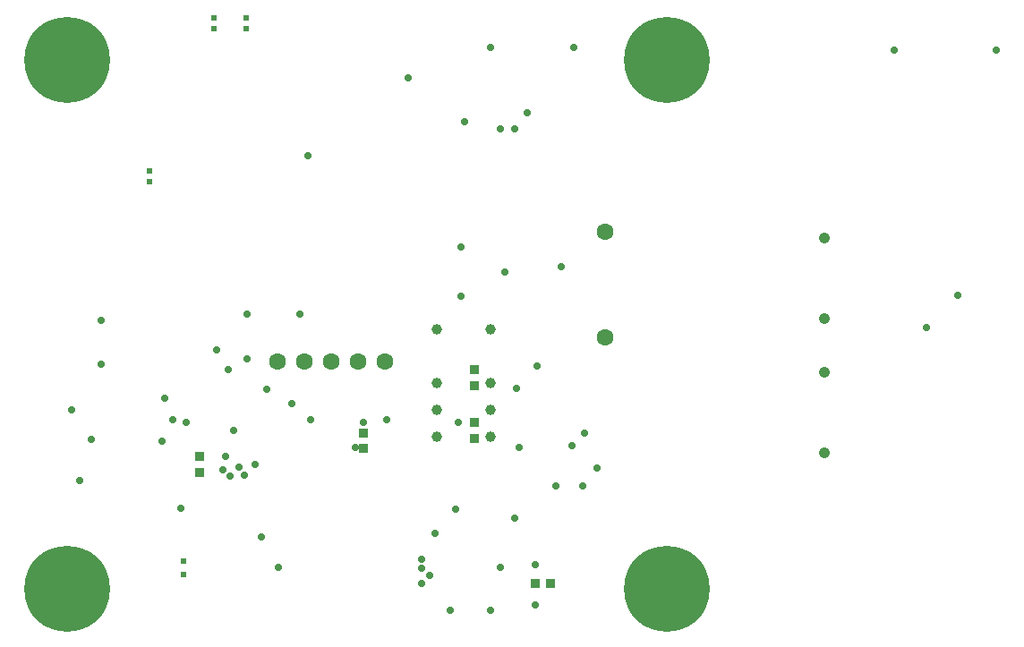
<source format=gbs>
G04*
G04 #@! TF.GenerationSoftware,Altium Limited,Altium Designer,19.0.15 (446)*
G04*
G04 Layer_Color=16711935*
%FSLAX25Y25*%
%MOIN*%
G70*
G01*
G75*
%ADD23R,0.03353X0.03550*%
%ADD24R,0.03550X0.03353*%
%ADD39C,0.31896*%
%ADD40C,0.06306*%
%ADD41C,0.04239*%
%ADD42C,0.03943*%
%ADD43C,0.02762*%
%ADD44C,0.02368*%
D23*
X-111221Y-40354D02*
D03*
Y-46260D02*
D03*
X-172244Y-55118D02*
D03*
Y-49213D02*
D03*
X-69882Y-36417D02*
D03*
Y-42323D02*
D03*
Y-16732D02*
D03*
Y-22638D02*
D03*
D24*
X-47244Y-96457D02*
D03*
X-41339D02*
D03*
D39*
X-221457Y98425D02*
D03*
Y-98425D02*
D03*
X1969D02*
D03*
Y98425D02*
D03*
D40*
X-103032Y-13780D02*
D03*
X-113031D02*
D03*
X-123031D02*
D03*
X-133031D02*
D03*
X-143032D02*
D03*
X-21248Y34449D02*
D03*
Y-4921D02*
D03*
D41*
X60630Y32126D02*
D03*
Y2126D02*
D03*
Y-17874D02*
D03*
Y-47874D02*
D03*
D42*
X-83661Y-21654D02*
D03*
Y-31654D02*
D03*
Y-41654D02*
D03*
X-63661D02*
D03*
Y-31654D02*
D03*
Y-21654D02*
D03*
Y-1654D02*
D03*
X-83661D02*
D03*
D43*
X-54985Y-72047D02*
D03*
X-149213Y-79134D02*
D03*
X-185039Y-27559D02*
D03*
X-208661Y1575D02*
D03*
X-131890Y62992D02*
D03*
X-165748Y-9449D02*
D03*
X-219685Y-31654D02*
D03*
X-24134Y-53543D02*
D03*
X-212598Y-42835D02*
D03*
X-37402Y21654D02*
D03*
X-216811Y-58071D02*
D03*
X-208661Y-14763D02*
D03*
X-147047Y-24213D02*
D03*
X-142829Y-90433D02*
D03*
X-179134Y-68575D02*
D03*
X98425Y-1181D02*
D03*
X110236Y10773D02*
D03*
X-33465Y-44985D02*
D03*
X-53150Y-45807D02*
D03*
X-60039Y-90551D02*
D03*
X-75787Y-36417D02*
D03*
X-76772Y-68898D02*
D03*
X-130906Y-35433D02*
D03*
X-177165Y-36417D02*
D03*
X-163386Y-54134D02*
D03*
X-162402Y-49213D02*
D03*
X-160887Y-56590D02*
D03*
X-155512Y-56221D02*
D03*
X-137795Y-29528D02*
D03*
X-111221Y-36417D02*
D03*
X-50197Y78740D02*
D03*
X-154528Y-12795D02*
D03*
X-151453Y-52165D02*
D03*
X-159449Y-39370D02*
D03*
X-161417Y-16732D02*
D03*
X-84646Y-77756D02*
D03*
X-73622Y75524D02*
D03*
X-114173Y-45807D02*
D03*
X-102362Y-35433D02*
D03*
X-154528Y3937D02*
D03*
X-134843D02*
D03*
X-186024Y-43307D02*
D03*
X-89567Y-96457D02*
D03*
X-157480Y-53150D02*
D03*
X-86614Y-93504D02*
D03*
X-89567Y-90746D02*
D03*
Y-87598D02*
D03*
X-182087Y-35433D02*
D03*
X-78740Y-106299D02*
D03*
X-63895D02*
D03*
X-47244Y-104331D02*
D03*
Y-89568D02*
D03*
X-29528Y-60039D02*
D03*
X-39370D02*
D03*
X-54134Y-23622D02*
D03*
X-46565Y-15354D02*
D03*
X-28721Y-40354D02*
D03*
X-94488Y92020D02*
D03*
X-74803Y10630D02*
D03*
X-58571Y19685D02*
D03*
X-74803Y28740D02*
D03*
X-32874Y103347D02*
D03*
X-54724Y73032D02*
D03*
X-60236D02*
D03*
X-63976Y103347D02*
D03*
X86614Y102363D02*
D03*
X124521D02*
D03*
D44*
X-190945Y53150D02*
D03*
Y57087D02*
D03*
X-166733Y114173D02*
D03*
Y110236D02*
D03*
X-154922D02*
D03*
Y114173D02*
D03*
X-178150Y-93223D02*
D03*
Y-88020D02*
D03*
M02*

</source>
